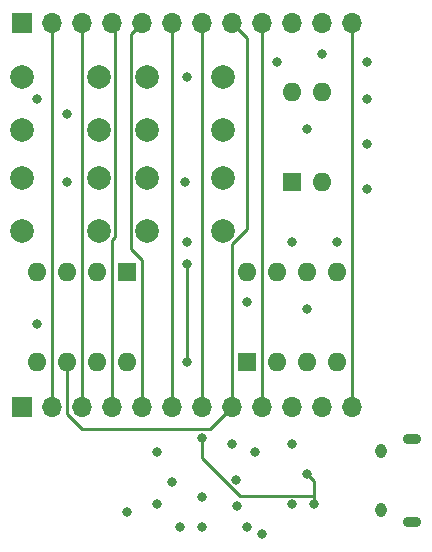
<source format=gbr>
%TF.GenerationSoftware,KiCad,Pcbnew,(6.0.9-0)*%
%TF.CreationDate,2022-11-13T08:04:19-06:00*%
%TF.ProjectId,ProgramingAddOn,50726f67-7261-46d6-996e-674164644f6e,rev?*%
%TF.SameCoordinates,Original*%
%TF.FileFunction,Copper,L6,Bot*%
%TF.FilePolarity,Positive*%
%FSLAX46Y46*%
G04 Gerber Fmt 4.6, Leading zero omitted, Abs format (unit mm)*
G04 Created by KiCad (PCBNEW (6.0.9-0)) date 2022-11-13 08:04:19*
%MOMM*%
%LPD*%
G01*
G04 APERTURE LIST*
%TA.AperFunction,ComponentPad*%
%ADD10C,2.000000*%
%TD*%
%TA.AperFunction,ComponentPad*%
%ADD11R,1.600000X1.600000*%
%TD*%
%TA.AperFunction,ComponentPad*%
%ADD12O,1.600000X1.600000*%
%TD*%
%TA.AperFunction,ComponentPad*%
%ADD13O,1.550000X0.890000*%
%TD*%
%TA.AperFunction,ComponentPad*%
%ADD14O,0.950000X1.250000*%
%TD*%
%TA.AperFunction,ComponentPad*%
%ADD15R,1.700000X1.700000*%
%TD*%
%TA.AperFunction,ComponentPad*%
%ADD16O,1.700000X1.700000*%
%TD*%
%TA.AperFunction,ViaPad*%
%ADD17C,0.800000*%
%TD*%
%TA.AperFunction,Conductor*%
%ADD18C,0.250000*%
%TD*%
G04 APERTURE END LIST*
D10*
%TO.P,SW2,1,1*%
%TO.N,+3.3V*%
X74050000Y-55880000D03*
X80550000Y-55880000D03*
%TO.P,SW2,2,2*%
%TO.N,Net-(SW2-Pad2)*%
X80550000Y-60380000D03*
X74050000Y-60380000D03*
%TD*%
D11*
%TO.P,SW7,1*%
%TO.N,Net-(SW4-Pad2)*%
X82560000Y-80010000D03*
D12*
%TO.P,SW7,2*%
%TO.N,Net-(SW2-Pad2)*%
X85100000Y-80010000D03*
%TO.P,SW7,3*%
%TO.N,Net-(SW6-Pad2)*%
X87640000Y-80010000D03*
%TO.P,SW7,4*%
%TO.N,Net-(SW3-Pad2)*%
X90180000Y-80010000D03*
%TO.P,SW7,5*%
%TO.N,/In-0*%
X90180000Y-72390000D03*
%TO.P,SW7,6*%
%TO.N,/In-1*%
X87640000Y-72390000D03*
%TO.P,SW7,7*%
%TO.N,/In-2 {slash} RX*%
X85100000Y-72390000D03*
%TO.P,SW7,8*%
%TO.N,/In-3 {slash} TX*%
X82560000Y-72390000D03*
%TD*%
D13*
%TO.P,J1,6,Shield*%
%TO.N,GND*%
X96550000Y-86581298D03*
D14*
X93850000Y-92581298D03*
X93850000Y-87581298D03*
D13*
X96550000Y-93581298D03*
%TD*%
D11*
%TO.P,SW1,1*%
%TO.N,/TXD*%
X86380000Y-64770000D03*
D12*
%TO.P,SW1,2*%
%TO.N,/RXD*%
X88920000Y-64770000D03*
%TO.P,SW1,3*%
%TO.N,/In-3 {slash} TX*%
X88920000Y-57150000D03*
%TO.P,SW1,4*%
%TO.N,/In-2 {slash} RX*%
X86380000Y-57150000D03*
%TD*%
D10*
%TO.P,SW4,1,1*%
%TO.N,+3.3V*%
X70000000Y-64430000D03*
X63500000Y-64430000D03*
%TO.P,SW4,2,2*%
%TO.N,Net-(SW4-Pad2)*%
X63500000Y-68930000D03*
X70000000Y-68930000D03*
%TD*%
%TO.P,SW3,1,1*%
%TO.N,+3.3V*%
X70000000Y-55880000D03*
X63500000Y-55880000D03*
%TO.P,SW3,2,2*%
%TO.N,Net-(SW3-Pad2)*%
X63500000Y-60380000D03*
X70000000Y-60380000D03*
%TD*%
%TO.P,SW6,1,1*%
%TO.N,+3.3V*%
X74050000Y-64430000D03*
X80550000Y-64430000D03*
%TO.P,SW6,2,2*%
%TO.N,Net-(SW6-Pad2)*%
X80550000Y-68930000D03*
X74050000Y-68930000D03*
%TD*%
D11*
%TO.P,SW5,1*%
%TO.N,Net-(D5-Pad1)*%
X72390000Y-72400000D03*
D12*
%TO.P,SW5,2*%
%TO.N,Net-(D4-Pad1)*%
X69850000Y-72400000D03*
%TO.P,SW5,3*%
%TO.N,Net-(D2-Pad1)*%
X67310000Y-72400000D03*
%TO.P,SW5,4*%
%TO.N,Net-(D3-Pad1)*%
X64770000Y-72400000D03*
%TO.P,SW5,5*%
%TO.N,/Out-0*%
X64770000Y-80020000D03*
%TO.P,SW5,6*%
%TO.N,/Out-1*%
X67310000Y-80020000D03*
%TO.P,SW5,7*%
%TO.N,/Out-2*%
X69850000Y-80020000D03*
%TO.P,SW5,8*%
%TO.N,/Out-3*%
X72390000Y-80020000D03*
%TD*%
D15*
%TO.P,J4,1,Pin_1*%
%TO.N,GND*%
X63495000Y-51365000D03*
D16*
%TO.P,J4,2,Pin_2*%
%TO.N,/In-3 {slash} TX*%
X66035000Y-51365000D03*
%TO.P,J4,3,Pin_3*%
%TO.N,/In-2 {slash} RX*%
X68575000Y-51365000D03*
%TO.P,J4,4,Pin_4*%
%TO.N,/In-1*%
X71115000Y-51365000D03*
%TO.P,J4,5,Pin_5*%
%TO.N,/In-0*%
X73655000Y-51365000D03*
%TO.P,J4,6,Pin_6*%
%TO.N,/Out-3*%
X76195000Y-51365000D03*
%TO.P,J4,7,Pin_7*%
%TO.N,/Out-2*%
X78735000Y-51365000D03*
%TO.P,J4,8,Pin_8*%
%TO.N,/Out-1*%
X81275000Y-51365000D03*
%TO.P,J4,9,Pin_9*%
%TO.N,/Out-0*%
X83815000Y-51365000D03*
%TO.P,J4,10,Pin_10*%
%TO.N,GND*%
X86355000Y-51365000D03*
%TO.P,J4,11,Pin_11*%
%TO.N,+3.3V*%
X88895000Y-51365000D03*
%TO.P,J4,12,Pin_12*%
%TO.N,/Reset*%
X91435000Y-51365000D03*
%TD*%
D15*
%TO.P,J5,1,Pin_1*%
%TO.N,GND*%
X63500000Y-83830000D03*
D16*
%TO.P,J5,2,Pin_2*%
%TO.N,/In-3 {slash} TX*%
X66040000Y-83830000D03*
%TO.P,J5,3,Pin_3*%
%TO.N,/In-2 {slash} RX*%
X68580000Y-83830000D03*
%TO.P,J5,4,Pin_4*%
%TO.N,/In-1*%
X71120000Y-83830000D03*
%TO.P,J5,5,Pin_5*%
%TO.N,/In-0*%
X73660000Y-83830000D03*
%TO.P,J5,6,Pin_6*%
%TO.N,/Out-3*%
X76200000Y-83830000D03*
%TO.P,J5,7,Pin_7*%
%TO.N,/Out-2*%
X78740000Y-83830000D03*
%TO.P,J5,8,Pin_8*%
%TO.N,/Out-1*%
X81280000Y-83830000D03*
%TO.P,J5,9,Pin_9*%
%TO.N,/Out-0*%
X83820000Y-83830000D03*
%TO.P,J5,10,Pin_10*%
%TO.N,GND*%
X86360000Y-83830000D03*
%TO.P,J5,11,Pin_11*%
%TO.N,+3.3V*%
X88900000Y-83830000D03*
%TO.P,J5,12,Pin_12*%
%TO.N,/Reset*%
X91440000Y-83830000D03*
%TD*%
D17*
%TO.N,VBUS*%
X87630000Y-89535000D03*
X78740000Y-86449500D03*
X88175000Y-92075000D03*
%TO.N,GND*%
X83820000Y-94615000D03*
X72390000Y-92710000D03*
X87630000Y-60325000D03*
X88900000Y-53975000D03*
X64770000Y-57785000D03*
X67310000Y-64770000D03*
X83185000Y-87630000D03*
X92710000Y-54610000D03*
X82550000Y-74930000D03*
X85090000Y-54610000D03*
X86360000Y-92075000D03*
X76200000Y-90170000D03*
X76835000Y-93980000D03*
X87630000Y-75565000D03*
X64770000Y-76835000D03*
X77470000Y-69850000D03*
X81280000Y-86995000D03*
X86360000Y-69850000D03*
X77300000Y-64770000D03*
X77470000Y-55880000D03*
X92710000Y-57785000D03*
X74930000Y-87630000D03*
X92710000Y-61595000D03*
X81695602Y-92254846D03*
X92710000Y-65405000D03*
X67310000Y-59055000D03*
X86360000Y-86995000D03*
X90170000Y-69850000D03*
X78740000Y-91440000D03*
%TO.N,+3.3V*%
X81575767Y-89990500D03*
X74930000Y-92075000D03*
%TO.N,/TXD*%
X78730837Y-94029479D03*
%TO.N,/RXD*%
X82550000Y-93980000D03*
%TO.N,Net-(SW4-Pad2)*%
X77470000Y-71755000D03*
X77470000Y-80010000D03*
%TD*%
D18*
%TO.N,VBUS*%
X78740000Y-88180038D02*
X81909962Y-91350000D01*
X88175000Y-92075000D02*
X88175000Y-91350000D01*
X88175000Y-90080000D02*
X87630000Y-89535000D01*
X81909962Y-91350000D02*
X88175000Y-91350000D01*
X78740000Y-86449500D02*
X78740000Y-88180038D01*
X88175000Y-91350000D02*
X88175000Y-90080000D01*
%TO.N,/In-2 {slash} RX*%
X68575000Y-72074009D02*
X68575000Y-51365000D01*
X68580000Y-83830000D02*
X68580000Y-72079009D01*
X68580000Y-72079009D02*
X68575000Y-72074009D01*
%TO.N,/In-3 {slash} TX*%
X66040000Y-51370000D02*
X66035000Y-51365000D01*
X66040000Y-83830000D02*
X66040000Y-51370000D01*
%TO.N,/Out-0*%
X83820000Y-83830000D02*
X83820000Y-51370000D01*
X83820000Y-51370000D02*
X83815000Y-51365000D01*
%TO.N,/Out-1*%
X82550000Y-52640000D02*
X81275000Y-51365000D01*
X67310000Y-84455000D02*
X68580000Y-85725000D01*
X81280000Y-83830000D02*
X81280000Y-70073833D01*
X82550000Y-68803833D02*
X82550000Y-52640000D01*
X67310000Y-80020000D02*
X67310000Y-84455000D01*
X80020000Y-85090000D02*
X81280000Y-83830000D01*
X80010000Y-85090000D02*
X80020000Y-85090000D01*
X79375000Y-85725000D02*
X80010000Y-85090000D01*
X81280000Y-70073833D02*
X82550000Y-68803833D01*
X68580000Y-85725000D02*
X79375000Y-85725000D01*
%TO.N,/Out-2*%
X78740000Y-83830000D02*
X78740000Y-51370000D01*
X78740000Y-51370000D02*
X78735000Y-51365000D01*
%TO.N,/Out-3*%
X76200000Y-83830000D02*
X76200000Y-51370000D01*
X76200000Y-51370000D02*
X76195000Y-51365000D01*
%TO.N,/In-0*%
X73660000Y-83830000D02*
X73660000Y-71420000D01*
X72725000Y-70485000D02*
X72725000Y-52295000D01*
X73660000Y-71420000D02*
X72725000Y-70485000D01*
X72725000Y-52295000D02*
X73655000Y-51365000D01*
%TO.N,/In-1*%
X71325000Y-69478833D02*
X71325000Y-51575000D01*
X71120000Y-69683833D02*
X71325000Y-69478833D01*
X71325000Y-51575000D02*
X71115000Y-51365000D01*
X71120000Y-83830000D02*
X71120000Y-69683833D01*
%TO.N,/Reset*%
X91440000Y-83830000D02*
X91440000Y-51370000D01*
X91440000Y-51370000D02*
X91435000Y-51365000D01*
%TO.N,Net-(SW4-Pad2)*%
X77470000Y-71755000D02*
X77470000Y-80010000D01*
%TD*%
M02*

</source>
